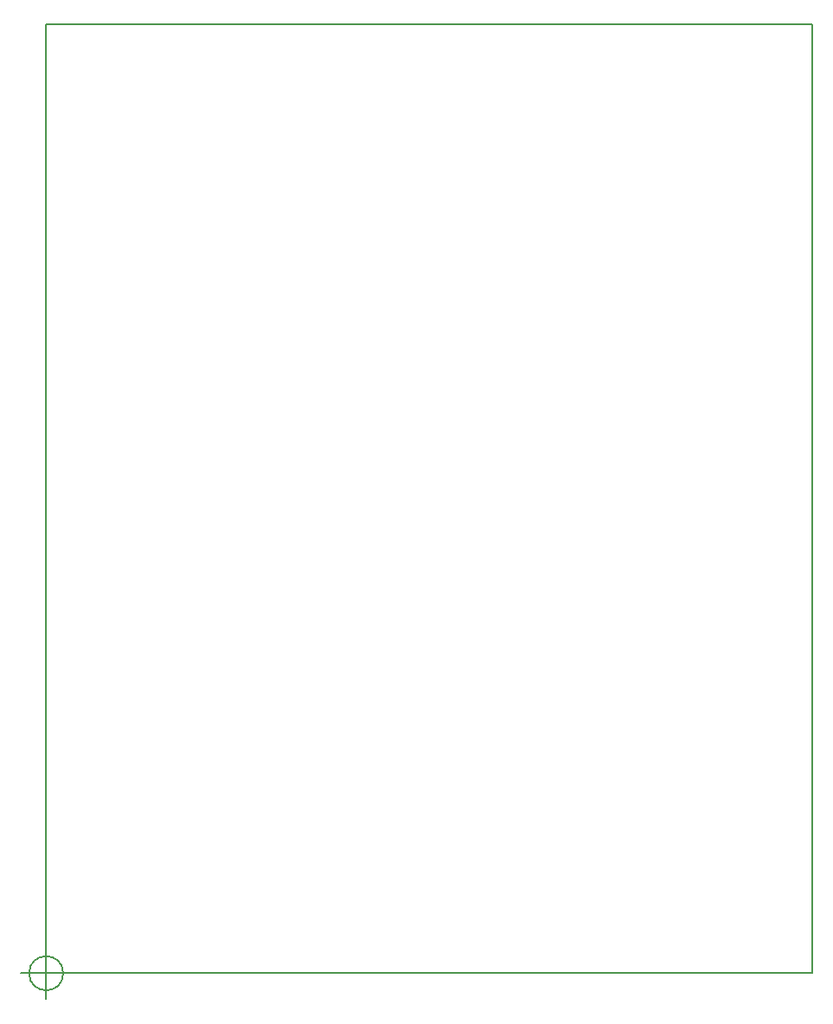
<source format=gm1>
G04 #@! TF.FileFunction,Profile,NP*
%FSLAX46Y46*%
G04 Gerber Fmt 4.6, Leading zero omitted, Abs format (unit mm)*
G04 Created by KiCad (PCBNEW 4.0.1-stable) date 2020/05/24 23:31:30*
%MOMM*%
G01*
G04 APERTURE LIST*
%ADD10C,0.100000*%
%ADD11C,0.150000*%
G04 APERTURE END LIST*
D10*
D11*
X112156666Y-152400000D02*
G75*
G03X112156666Y-152400000I-1666666J0D01*
G01*
X107990000Y-152400000D02*
X112990000Y-152400000D01*
X110490000Y-149900000D02*
X110490000Y-154900000D01*
X110490000Y-59690000D02*
X110490000Y-60960000D01*
X185420000Y-59690000D02*
X110490000Y-59690000D01*
X185420000Y-60960000D02*
X185420000Y-59690000D01*
X110490000Y-152400000D02*
X110490000Y-60960000D01*
X185420000Y-152400000D02*
X110490000Y-152400000D01*
X185420000Y-60960000D02*
X185420000Y-152400000D01*
M02*

</source>
